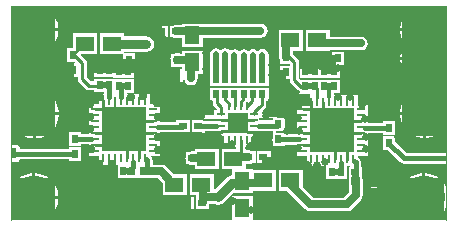
<source format=gtl>
%FSLAX23Y23*%
%MOIN*%
G70*
G01*
G75*
G04 Layer_Physical_Order=1*
G04 Layer_Color=255*
%ADD10R,0.010X0.026*%
%ADD11R,0.026X0.010*%
%ADD12R,0.025X0.020*%
%ADD13R,0.050X0.060*%
%ADD14R,0.060X0.050*%
%ADD15R,0.020X0.025*%
%ADD16C,0.025*%
%ADD17C,0.016*%
%ADD18C,0.015*%
%ADD19C,0.010*%
%ADD20C,0.012*%
%ADD21C,0.030*%
%ADD22C,0.008*%
%ADD23C,0.020*%
%ADD24R,0.034X0.031*%
%ADD25R,0.039X0.055*%
%ADD26R,0.044X0.045*%
%ADD27R,0.038X0.024*%
%ADD28R,0.027X0.043*%
%ADD29R,0.029X0.056*%
%ADD30R,0.046X0.062*%
%ADD31R,0.156X0.051*%
%ADD32R,0.042X0.065*%
%ADD33R,0.146X0.145*%
%ADD34R,0.070X0.070*%
%ADD35R,0.020X0.024*%
%ADD36R,0.018X0.024*%
%ADD37R,0.026X0.024*%
%ADD38R,0.019X0.024*%
%ADD39R,0.017X0.024*%
%ADD40R,0.022X0.024*%
%ADD41R,0.023X0.024*%
%ADD42R,0.029X0.024*%
%ADD43R,0.024X0.027*%
%ADD44R,0.024X0.029*%
%ADD45R,0.024X0.024*%
%ADD46R,0.018X0.038*%
%ADD47R,0.037X0.016*%
%ADD48R,0.164X0.141*%
%ADD49R,0.147X0.435*%
%ADD50R,0.149X0.141*%
%ADD51R,0.053X0.020*%
%ADD52R,0.043X0.028*%
%ADD53R,0.051X0.007*%
%ADD54R,0.025X0.024*%
%ADD55R,0.146X0.048*%
%ADD56R,0.071X0.024*%
%ADD57R,0.053X0.047*%
%ADD58R,0.043X0.025*%
%ADD59R,0.023X0.016*%
%ADD60R,0.048X0.076*%
%ADD61R,0.078X0.052*%
%ADD62R,0.009X0.026*%
%ADD63R,0.009X0.021*%
%ADD64R,0.006X0.002*%
%ADD65R,0.029X0.015*%
%ADD66R,0.050X0.011*%
%ADD67R,0.054X0.042*%
%ADD68C,0.002*%
%ADD69C,0.010*%
%ADD70C,0.142*%
%ADD71C,0.025*%
%ADD72C,0.020*%
%ADD73C,0.030*%
G36*
X188Y-886D02*
X201Y-903D01*
X218Y-916D01*
X228Y-920D01*
X184D01*
Y-876D01*
X188Y-886D01*
D02*
G37*
G36*
X1539Y-209D02*
X1519Y-217D01*
X1502Y-230D01*
X1489Y-247D01*
X1481Y-266D01*
X1479Y-282D01*
X1560D01*
Y-287D01*
X1565D01*
Y-369D01*
X1581Y-366D01*
X1601Y-358D01*
X1618Y-345D01*
X1631Y-328D01*
X1633Y-323D01*
Y-530D01*
X1631Y-525D01*
X1618Y-508D01*
X1601Y-495D01*
X1581Y-487D01*
X1565Y-484D01*
Y-566D01*
Y-647D01*
X1581Y-644D01*
X1601Y-636D01*
X1618Y-623D01*
X1631Y-606D01*
X1633Y-601D01*
Y-696D01*
X1632Y-696D01*
X1595D01*
X1594Y-696D01*
X1500D01*
X1462Y-659D01*
Y-641D01*
X1422D01*
Y-686D01*
X1438D01*
X1479Y-727D01*
X1485Y-731D01*
X1486Y-732D01*
X1492Y-733D01*
X1594D01*
X1595Y-733D01*
X1632D01*
X1633Y-733D01*
Y-812D01*
X1630Y-805D01*
X1617Y-788D01*
X1600Y-775D01*
X1580Y-767D01*
X1564Y-764D01*
Y-846D01*
X1559D01*
Y-850D01*
X1478D01*
X1480Y-867D01*
X1488Y-886D01*
X1501Y-903D01*
X1518Y-916D01*
X1528Y-920D01*
X990D01*
Y-842D01*
X920D01*
Y-920D01*
X290D01*
X300Y-916D01*
X317Y-903D01*
X330Y-886D01*
X338Y-867D01*
X340Y-850D01*
X259D01*
Y-846D01*
X254D01*
Y-764D01*
X238Y-767D01*
X218Y-775D01*
X201Y-788D01*
X188Y-805D01*
X184Y-815D01*
Y-729D01*
X202D01*
X210Y-726D01*
X213Y-719D01*
Y-718D01*
X377D01*
Y-723D01*
X417D01*
Y-678D01*
X377D01*
Y-683D01*
X213D01*
Y-680D01*
X210Y-673D01*
X202Y-670D01*
X184D01*
Y-596D01*
X189Y-608D01*
X202Y-625D01*
X219Y-638D01*
X239Y-646D01*
X255Y-649D01*
Y-568D01*
Y-486D01*
X239Y-489D01*
X219Y-497D01*
X202Y-510D01*
X189Y-527D01*
X184Y-539D01*
Y-317D01*
X188Y-327D01*
X201Y-344D01*
X218Y-357D01*
X238Y-365D01*
X254Y-368D01*
Y-286D01*
X259D01*
Y-282D01*
X340D01*
X338Y-265D01*
X330Y-246D01*
X317Y-229D01*
X300Y-216D01*
X282Y-208D01*
X1539D01*
X1539Y-209D01*
D02*
G37*
G36*
X1633Y-920D02*
X1590D01*
X1600Y-916D01*
X1617Y-903D01*
X1630Y-886D01*
X1633Y-879D01*
Y-920D01*
D02*
G37*
G36*
X218Y-216D02*
X201Y-229D01*
X188Y-246D01*
X184Y-256D01*
Y-208D01*
X236D01*
X218Y-216D01*
D02*
G37*
G36*
X1633Y-252D02*
X1631Y-247D01*
X1618Y-230D01*
X1601Y-217D01*
X1581Y-209D01*
X1581Y-208D01*
X1633D01*
Y-252D01*
D02*
G37*
%LPC*%
G36*
X264Y-764D02*
Y-840D01*
X340D01*
X338Y-824D01*
X330Y-805D01*
X317Y-788D01*
X300Y-775D01*
X280Y-767D01*
X264Y-764D01*
D02*
G37*
G36*
X1554D02*
X1538Y-767D01*
X1518Y-775D01*
X1501Y-788D01*
X1488Y-805D01*
X1480Y-824D01*
X1478Y-840D01*
X1554D01*
Y-764D01*
D02*
G37*
G36*
X1280Y-789D02*
X1255D01*
X1254Y-789D01*
X1233D01*
Y-834D01*
X1254D01*
X1255Y-834D01*
X1280D01*
X1281Y-834D01*
X1304D01*
Y-789D01*
X1281D01*
X1280Y-789D01*
D02*
G37*
G36*
X794Y-844D02*
X748D01*
Y-883D01*
X794D01*
Y-844D01*
D02*
G37*
G36*
X1555Y-484D02*
X1539Y-487D01*
X1529Y-491D01*
X1529Y-488D01*
X1515D01*
Y-503D01*
X1510Y-504D01*
X1508Y-503D01*
X1502Y-508D01*
X1489Y-525D01*
X1481Y-544D01*
X1479Y-561D01*
X1555D01*
Y-484D01*
D02*
G37*
G36*
X265Y-486D02*
Y-562D01*
X341D01*
X339Y-546D01*
X331Y-527D01*
X318Y-510D01*
X301Y-497D01*
X281Y-489D01*
X265Y-486D01*
D02*
G37*
G36*
X1505Y-488D02*
X1491D01*
X1491Y-491D01*
X1496Y-498D01*
X1502Y-502D01*
X1505Y-503D01*
Y-488D01*
D02*
G37*
G36*
X1555Y-571D02*
X1479D01*
X1481Y-587D01*
X1489Y-606D01*
X1502Y-623D01*
X1519Y-636D01*
X1539Y-644D01*
X1555Y-647D01*
Y-571D01*
D02*
G37*
G36*
X341Y-572D02*
X265D01*
Y-649D01*
X281Y-646D01*
X301Y-638D01*
X318Y-625D01*
X331Y-608D01*
X339Y-589D01*
X341Y-572D01*
D02*
G37*
G36*
X470Y-299D02*
X390D01*
Y-349D01*
X370D01*
Y-394D01*
X394D01*
X399Y-399D01*
X370D01*
Y-444D01*
X406D01*
Y-451D01*
X407Y-457D01*
X410Y-462D01*
X432Y-484D01*
X437Y-488D01*
X443Y-489D01*
X459D01*
Y-495D01*
X484D01*
X485Y-495D01*
X493D01*
Y-502D01*
X476D01*
Y-521D01*
X476Y-522D01*
Y-535D01*
X465D01*
X464Y-535D01*
X442D01*
Y-566D01*
Y-586D01*
Y-605D01*
Y-626D01*
Y-633D01*
X417D01*
Y-628D01*
X377D01*
Y-673D01*
X417D01*
Y-668D01*
X442D01*
Y-686D01*
Y-706D01*
X476D01*
Y-738D01*
X538D01*
Y-781D01*
X559D01*
X560Y-781D01*
X583D01*
X584Y-781D01*
X620D01*
X621Y-781D01*
X634D01*
X635Y-781D01*
X673D01*
X688Y-796D01*
Y-839D01*
X768D01*
Y-768D01*
X725D01*
X699Y-742D01*
X692Y-737D01*
X683Y-736D01*
X656D01*
Y-723D01*
X654Y-716D01*
X651Y-710D01*
X651Y-710D01*
X648Y-707D01*
X646Y-706D01*
Y-706D01*
X680D01*
Y-686D01*
Y-665D01*
Y-646D01*
Y-628D01*
X734D01*
Y-628D01*
X780D01*
Y-589D01*
X734D01*
Y-593D01*
X680D01*
Y-586D01*
Y-566D01*
Y-535D01*
X646D01*
Y-502D01*
X569D01*
Y-496D01*
X594D01*
Y-451D01*
X568D01*
X567Y-451D01*
X547D01*
X546Y-451D01*
X530D01*
Y-450D01*
X506D01*
X505Y-450D01*
X485D01*
X484Y-450D01*
X459D01*
Y-458D01*
X449D01*
X436Y-445D01*
Y-412D01*
Y-400D01*
X435Y-394D01*
X432Y-389D01*
X413Y-370D01*
X415Y-368D01*
X470D01*
Y-299D01*
D02*
G37*
G36*
X1155Y-287D02*
X1075D01*
Y-357D01*
X1076D01*
Y-380D01*
X1078Y-388D01*
X1079Y-390D01*
Y-402D01*
X1097D01*
X1099Y-402D01*
X1101Y-402D01*
X1113D01*
Y-407D01*
X1079D01*
Y-452D01*
X1113D01*
Y-454D01*
X1114Y-460D01*
X1117Y-465D01*
X1140Y-488D01*
X1145Y-492D01*
Y-498D01*
X1143Y-498D01*
X1135Y-503D01*
X1129Y-512D01*
X1128Y-521D01*
X1129Y-531D01*
X1135Y-540D01*
X1135Y-540D01*
Y-567D01*
Y-587D01*
Y-608D01*
Y-627D01*
Y-635D01*
X1095D01*
Y-630D01*
X1066D01*
Y-626D01*
X1066Y-625D01*
X1070D01*
X1072Y-625D01*
X1095D01*
Y-580D01*
X1068D01*
Y-580D01*
X1065Y-572D01*
X1057Y-569D01*
X1018D01*
Y-560D01*
X1022Y-556D01*
X1030Y-548D01*
X1033Y-543D01*
X1034Y-538D01*
Y-525D01*
X1041D01*
Y-480D01*
X846D01*
Y-525D01*
X856D01*
Y-530D01*
X857Y-536D01*
X860Y-541D01*
X869Y-550D01*
Y-553D01*
X860D01*
Y-572D01*
X822D01*
X814Y-575D01*
X811Y-582D01*
Y-589D01*
X785D01*
Y-628D01*
X818D01*
Y-652D01*
X821Y-660D01*
X829Y-663D01*
X872D01*
X880Y-660D01*
X883Y-652D01*
Y-643D01*
X884Y-643D01*
X885Y-642D01*
X894D01*
Y-677D01*
X934D01*
Y-683D01*
X885D01*
Y-752D01*
X920D01*
Y-772D01*
X911Y-774D01*
X903Y-779D01*
X860Y-823D01*
X858D01*
Y-768D01*
X778D01*
Y-839D01*
X799D01*
Y-844D01*
X799D01*
Y-883D01*
X817D01*
X822Y-884D01*
X827Y-883D01*
X844D01*
Y-869D01*
X844Y-868D01*
X862D01*
X863Y-869D01*
X873Y-871D01*
X883Y-869D01*
X891Y-864D01*
X922Y-832D01*
X990D01*
Y-823D01*
X1065D01*
Y-753D01*
X990D01*
Y-752D01*
X965D01*
Y-734D01*
X975D01*
X984Y-733D01*
X986Y-732D01*
X998D01*
Y-714D01*
X998Y-711D01*
X998Y-709D01*
Y-692D01*
X986D01*
X984Y-690D01*
X975Y-689D01*
X965D01*
Y-683D01*
X964D01*
Y-677D01*
X984D01*
Y-643D01*
X991D01*
Y-646D01*
X994Y-653D01*
X1002Y-656D01*
X1055D01*
Y-675D01*
X1095D01*
Y-670D01*
X1135D01*
Y-688D01*
Y-707D01*
X1169D01*
Y-740D01*
X1233D01*
Y-784D01*
X1255D01*
X1256Y-784D01*
X1280D01*
X1281Y-784D01*
X1304D01*
Y-740D01*
X1314D01*
Y-743D01*
X1309D01*
Y-764D01*
X1308Y-765D01*
Y-784D01*
X1308Y-785D01*
X1308Y-785D01*
Y-794D01*
X1309Y-794D01*
Y-813D01*
X1309D01*
Y-829D01*
X1292Y-846D01*
X1190D01*
X1155Y-811D01*
Y-753D01*
X1075D01*
Y-823D01*
X1103D01*
X1104Y-825D01*
X1164Y-885D01*
X1171Y-890D01*
X1180Y-891D01*
X1302D01*
X1311Y-890D01*
X1318Y-885D01*
X1348Y-855D01*
X1353Y-847D01*
X1355Y-839D01*
Y-785D01*
X1354Y-780D01*
Y-765D01*
X1354Y-764D01*
Y-743D01*
X1350D01*
Y-729D01*
X1350Y-729D01*
X1348Y-723D01*
X1347Y-720D01*
X1345Y-717D01*
X1345Y-717D01*
X1340Y-712D01*
X1339Y-711D01*
Y-707D01*
X1373D01*
Y-688D01*
Y-668D01*
Y-647D01*
Y-631D01*
X1422D01*
Y-636D01*
X1462D01*
Y-591D01*
X1422D01*
Y-596D01*
X1373D01*
Y-587D01*
Y-567D01*
Y-538D01*
X1339D01*
Y-503D01*
X1260D01*
Y-498D01*
X1279D01*
Y-453D01*
X1254D01*
X1253Y-453D01*
X1234D01*
X1233Y-453D01*
X1191D01*
X1190Y-453D01*
X1170D01*
X1169Y-453D01*
X1148D01*
X1143Y-448D01*
Y-396D01*
X1142Y-390D01*
X1139Y-385D01*
X1122Y-368D01*
Y-357D01*
X1155D01*
Y-287D01*
D02*
G37*
G36*
X1048Y-692D02*
X1003D01*
Y-732D01*
X1048D01*
Y-692D01*
D02*
G37*
G36*
X646Y-786D02*
X629D01*
X628Y-786D01*
X585D01*
X584Y-786D01*
X562D01*
X561Y-786D01*
X538D01*
Y-831D01*
X561D01*
X562Y-831D01*
X584D01*
X585Y-831D01*
X628D01*
X629Y-831D01*
X646D01*
X647Y-831D01*
X674D01*
Y-786D01*
X647D01*
X646Y-786D01*
D02*
G37*
G36*
X1403Y-743D02*
X1359D01*
Y-763D01*
X1358Y-763D01*
Y-790D01*
X1359Y-791D01*
Y-813D01*
X1403D01*
Y-791D01*
X1404Y-790D01*
Y-763D01*
X1403Y-763D01*
Y-743D01*
D02*
G37*
G36*
X760Y-695D02*
X715D01*
Y-734D01*
X760D01*
Y-695D01*
D02*
G37*
G36*
X875Y-683D02*
X795D01*
Y-692D01*
X787D01*
X778Y-693D01*
X776Y-695D01*
X765D01*
Y-712D01*
X764Y-715D01*
X765Y-717D01*
Y-734D01*
X776D01*
X778Y-736D01*
X787Y-737D01*
X795D01*
Y-752D01*
X875D01*
Y-683D01*
D02*
G37*
G36*
X1505Y-464D02*
X1502Y-465D01*
X1496Y-469D01*
X1491Y-476D01*
X1491Y-479D01*
X1505D01*
Y-464D01*
D02*
G37*
G36*
X1503Y-362D02*
Y-377D01*
X1517D01*
X1517Y-374D01*
X1512Y-367D01*
X1506Y-363D01*
X1503Y-362D01*
D02*
G37*
G36*
X1555Y-292D02*
X1479D01*
X1481Y-309D01*
X1489Y-328D01*
X1502Y-345D01*
X1519Y-358D01*
X1539Y-366D01*
X1555Y-369D01*
Y-292D01*
D02*
G37*
G36*
X1517Y-387D02*
X1503D01*
Y-401D01*
X1506Y-400D01*
X1512Y-396D01*
X1517Y-389D01*
X1517Y-387D01*
D02*
G37*
G36*
X1493Y-362D02*
X1490Y-363D01*
X1484Y-367D01*
X1479Y-374D01*
X1479Y-377D01*
X1493D01*
Y-362D01*
D02*
G37*
G36*
X340Y-292D02*
X264D01*
Y-368D01*
X280Y-365D01*
X300Y-357D01*
X317Y-344D01*
X330Y-327D01*
X338Y-308D01*
X340Y-292D01*
D02*
G37*
G36*
X822Y-356D02*
X752D01*
Y-366D01*
X746D01*
X746Y-365D01*
X737Y-364D01*
X728Y-365D01*
X727Y-366D01*
X717D01*
Y-376D01*
X716Y-378D01*
X714Y-387D01*
X716Y-395D01*
X717Y-397D01*
Y-411D01*
X737D01*
X739Y-411D01*
X752D01*
Y-416D01*
X717D01*
Y-461D01*
X757D01*
Y-435D01*
X760D01*
Y-449D01*
X762Y-458D01*
X767Y-466D01*
X774Y-471D01*
X783Y-472D01*
X792Y-471D01*
X799Y-466D01*
X804Y-458D01*
X806Y-449D01*
Y-435D01*
X822D01*
Y-356D01*
D02*
G37*
G36*
X1245Y-287D02*
X1165D01*
Y-357D01*
X1245D01*
Y-355D01*
X1349D01*
X1358Y-354D01*
X1365Y-349D01*
X1370Y-341D01*
X1372Y-333D01*
X1370Y-324D01*
X1365Y-316D01*
X1358Y-311D01*
X1349Y-310D01*
X1245D01*
Y-287D01*
D02*
G37*
G36*
X707Y-273D02*
X663D01*
Y-312D01*
X707D01*
Y-273D01*
D02*
G37*
G36*
X822Y-266D02*
X752D01*
Y-270D01*
X735D01*
X726Y-271D01*
X724Y-273D01*
X712D01*
Y-290D01*
X712Y-292D01*
X712Y-295D01*
Y-312D01*
X724D01*
X726Y-314D01*
X735Y-315D01*
X752D01*
Y-345D01*
X822D01*
Y-313D01*
X1015D01*
X1024Y-312D01*
X1031Y-307D01*
X1036Y-299D01*
X1038Y-290D01*
X1036Y-282D01*
X1031Y-274D01*
X1024Y-269D01*
X1015Y-268D01*
X822D01*
Y-266D01*
D02*
G37*
G36*
X1515Y-464D02*
Y-479D01*
X1529D01*
X1529Y-476D01*
X1524Y-469D01*
X1518Y-465D01*
X1515Y-464D01*
D02*
G37*
G36*
X1506Y-424D02*
X1503Y-425D01*
X1497Y-429D01*
X1492Y-436D01*
X1492Y-438D01*
X1506D01*
Y-424D01*
D02*
G37*
G36*
X866Y-348D02*
X858Y-350D01*
X852Y-354D01*
X847Y-361D01*
X846Y-368D01*
Y-452D01*
X846Y-454D01*
Y-475D01*
X1041D01*
Y-454D01*
X1041Y-452D01*
Y-370D01*
X1040Y-363D01*
X1035Y-356D01*
X1029Y-352D01*
X1021Y-350D01*
X1013Y-352D01*
X1007Y-356D01*
X1005Y-358D01*
X1003Y-356D01*
X997Y-352D01*
X989Y-350D01*
X981Y-352D01*
X975Y-356D01*
X974Y-357D01*
X973Y-357D01*
X967Y-353D01*
X959Y-351D01*
X951Y-353D01*
X945Y-357D01*
X943Y-359D01*
X942Y-357D01*
X936Y-353D01*
X928Y-351D01*
X920Y-353D01*
X914Y-357D01*
X913Y-358D01*
X911Y-355D01*
X905Y-351D01*
X897Y-349D01*
X889Y-351D01*
X883Y-355D01*
X882Y-356D01*
X880Y-354D01*
X874Y-350D01*
X866Y-348D01*
D02*
G37*
G36*
X1506Y-449D02*
X1492D01*
X1492Y-451D01*
X1497Y-458D01*
X1503Y-462D01*
X1506Y-463D01*
Y-449D01*
D02*
G37*
G36*
X1530D02*
X1516D01*
Y-463D01*
X1519Y-462D01*
X1525Y-458D01*
X1530Y-451D01*
X1530Y-449D01*
D02*
G37*
G36*
X1516Y-424D02*
Y-438D01*
X1530D01*
X1530Y-436D01*
X1525Y-429D01*
X1519Y-425D01*
X1516Y-424D01*
D02*
G37*
G36*
X1493Y-387D02*
X1479D01*
X1479Y-389D01*
X1484Y-396D01*
X1490Y-400D01*
X1493Y-401D01*
Y-387D01*
D02*
G37*
G36*
X560Y-299D02*
X480D01*
Y-368D01*
X557D01*
Y-401D01*
X550D01*
X549Y-401D01*
X530D01*
Y-400D01*
X504D01*
X503Y-400D01*
X485D01*
X484Y-400D01*
X459D01*
Y-445D01*
X484D01*
X485Y-445D01*
X503D01*
X504Y-445D01*
X522D01*
Y-446D01*
X549D01*
X550Y-446D01*
X570D01*
X571Y-446D01*
X594D01*
Y-409D01*
X597D01*
Y-364D01*
X560D01*
Y-360D01*
X634D01*
X644Y-358D01*
X652Y-353D01*
X658Y-344D01*
X659Y-335D01*
X658Y-325D01*
X652Y-316D01*
X644Y-311D01*
X634Y-309D01*
X560D01*
Y-299D01*
D02*
G37*
G36*
X1292Y-360D02*
X1252D01*
Y-403D01*
X1230D01*
X1229Y-403D01*
X1190D01*
X1189Y-403D01*
X1170D01*
X1169Y-403D01*
X1145D01*
Y-448D01*
X1169D01*
X1170Y-448D01*
X1189D01*
X1190Y-448D01*
X1229D01*
X1230Y-448D01*
X1256D01*
X1257Y-448D01*
X1279D01*
Y-405D01*
X1292D01*
Y-360D01*
D02*
G37*
%LPD*%
G36*
X910Y-605D02*
X907Y-610D01*
X907Y-610D01*
X906D01*
Y-603D01*
X911D01*
X914Y-602D01*
X910Y-605D01*
D02*
G37*
G36*
X972Y-609D02*
X970Y-609D01*
X968Y-605D01*
X966Y-603D01*
X969Y-603D01*
X972D01*
Y-609D01*
D02*
G37*
G36*
X634Y-566D02*
Y-586D01*
Y-605D01*
Y-615D01*
X629D01*
X623Y-616D01*
X618Y-620D01*
X617Y-622D01*
X617Y-622D01*
X615Y-625D01*
X614Y-631D01*
X615Y-636D01*
X615Y-636D01*
X617Y-640D01*
Y-651D01*
X618Y-651D01*
X623Y-647D01*
X624Y-645D01*
X629Y-646D01*
X634D01*
Y-665D01*
Y-686D01*
Y-692D01*
X626D01*
Y-677D01*
X626Y-676D01*
X626Y-675D01*
X626D01*
X625Y-671D01*
X622Y-666D01*
X622Y-665D01*
X626D01*
X626Y-665D01*
X623Y-660D01*
X618Y-656D01*
X617Y-656D01*
Y-662D01*
X617Y-662D01*
X611Y-661D01*
X607Y-662D01*
Y-656D01*
X606Y-656D01*
X601Y-660D01*
X598Y-665D01*
X598Y-665D01*
X600D01*
X600Y-666D01*
X597Y-671D01*
X597Y-671D01*
X597Y-671D01*
X596Y-677D01*
Y-692D01*
X586D01*
Y-683D01*
X589Y-681D01*
X592Y-676D01*
X592Y-675D01*
X584D01*
X582Y-672D01*
X580Y-671D01*
X577Y-668D01*
X573Y-668D01*
X571Y-667D01*
X565Y-668D01*
X563Y-670D01*
X563Y-670D01*
X560Y-672D01*
X559Y-674D01*
X559Y-674D01*
X558Y-675D01*
X549D01*
Y-685D01*
X550Y-685D01*
X555Y-681D01*
X556Y-679D01*
X556Y-683D01*
Y-692D01*
X488D01*
Y-686D01*
X495D01*
X496Y-687D01*
X502Y-688D01*
X508Y-687D01*
X509Y-686D01*
X509Y-686D01*
X513Y-683D01*
X515Y-680D01*
Y-685D01*
X516Y-685D01*
X521Y-681D01*
X524Y-676D01*
X524Y-675D01*
X517D01*
X517Y-673D01*
Y-670D01*
X516Y-665D01*
X524D01*
X524Y-665D01*
X521Y-660D01*
X516Y-656D01*
X515Y-656D01*
Y-663D01*
X513Y-660D01*
X508Y-656D01*
X506Y-656D01*
X506Y-656D01*
X502Y-655D01*
X488D01*
Y-646D01*
X496D01*
X499Y-646D01*
X499Y-647D01*
X504Y-651D01*
X505Y-651D01*
Y-646D01*
X507Y-646D01*
X512Y-642D01*
X512Y-641D01*
X515Y-637D01*
X516Y-632D01*
X524D01*
X524Y-631D01*
X521Y-626D01*
X516Y-622D01*
X515Y-622D01*
Y-624D01*
X514Y-622D01*
X513Y-622D01*
X513Y-622D01*
X512Y-620D01*
X509Y-618D01*
X509Y-618D01*
X507Y-616D01*
X505Y-616D01*
Y-608D01*
X496D01*
X496Y-608D01*
X499Y-613D01*
X502Y-615D01*
X501Y-615D01*
X488D01*
Y-605D01*
Y-586D01*
Y-566D01*
X491Y-567D01*
X495Y-566D01*
X495Y-566D01*
X497Y-566D01*
X500Y-563D01*
X505D01*
Y-558D01*
X505Y-557D01*
X506Y-554D01*
X506Y-554D01*
X506Y-553D01*
X506Y-552D01*
Y-550D01*
Y-548D01*
X634D01*
Y-566D01*
D02*
G37*
G36*
X972Y-572D02*
X970D01*
X968Y-569D01*
X963Y-565D01*
X962Y-565D01*
Y-573D01*
X959Y-573D01*
X957Y-575D01*
X954Y-577D01*
X953Y-578D01*
X950Y-583D01*
X950Y-585D01*
X944D01*
Y-592D01*
X950D01*
X950Y-594D01*
X953Y-599D01*
X954Y-600D01*
X954Y-600D01*
X955Y-601D01*
X955Y-601D01*
X958Y-603D01*
X962Y-603D01*
Y-609D01*
X957Y-613D01*
X955Y-615D01*
X954Y-618D01*
X953Y-623D01*
X954Y-629D01*
X954Y-630D01*
X955Y-630D01*
X955Y-631D01*
X935D01*
X936Y-626D01*
X935Y-621D01*
X935Y-620D01*
X935Y-620D01*
X932Y-615D01*
X927Y-611D01*
X922Y-610D01*
X921Y-610D01*
X916D01*
Y-602D01*
X917Y-602D01*
X918Y-601D01*
X918Y-601D01*
X922Y-598D01*
X924Y-595D01*
X924Y-595D01*
X925Y-593D01*
X925Y-592D01*
X934D01*
Y-585D01*
X926D01*
X925Y-582D01*
X924Y-580D01*
X922Y-577D01*
X917Y-573D01*
X916Y-573D01*
Y-565D01*
X915Y-565D01*
X910Y-569D01*
X908Y-572D01*
X906D01*
Y-564D01*
X920D01*
X920Y-565D01*
X922D01*
X922Y-564D01*
X956D01*
X956Y-565D01*
X958D01*
X958Y-564D01*
X972D01*
Y-572D01*
D02*
G37*
%LPC*%
G36*
X539Y-622D02*
X538Y-622D01*
X533Y-626D01*
X530Y-631D01*
X530Y-632D01*
X539D01*
Y-622D01*
D02*
G37*
G36*
X607D02*
X606Y-622D01*
X601Y-626D01*
X598Y-631D01*
X598Y-632D01*
X607D01*
Y-622D01*
D02*
G37*
G36*
X952Y-621D02*
X943D01*
X943Y-621D01*
X946Y-626D01*
X951Y-630D01*
X952Y-630D01*
Y-621D01*
D02*
G37*
G36*
X524Y-608D02*
X515D01*
Y-617D01*
X516Y-617D01*
X521Y-613D01*
X524Y-608D01*
X524Y-608D01*
D02*
G37*
G36*
X549Y-622D02*
Y-632D01*
X558D01*
X558Y-631D01*
X555Y-626D01*
X550Y-622D01*
X549Y-622D01*
D02*
G37*
G36*
X573D02*
X572Y-622D01*
X567Y-626D01*
X564Y-631D01*
X564Y-632D01*
X573D01*
Y-622D01*
D02*
G37*
G36*
X583D02*
Y-632D01*
X592D01*
X592Y-631D01*
X589Y-626D01*
X584Y-622D01*
X583Y-622D01*
D02*
G37*
G36*
X573Y-656D02*
X572Y-656D01*
X567Y-660D01*
X564Y-665D01*
X564Y-665D01*
X573D01*
Y-656D01*
D02*
G37*
G36*
X583D02*
Y-665D01*
X592D01*
X592Y-665D01*
X589Y-660D01*
X584Y-656D01*
X583Y-656D01*
D02*
G37*
G36*
X549D02*
Y-665D01*
X558D01*
X558Y-665D01*
X555Y-660D01*
X550Y-656D01*
X549Y-656D01*
D02*
G37*
G36*
X539Y-675D02*
X530D01*
X530Y-676D01*
X533Y-681D01*
X538Y-685D01*
X539Y-685D01*
Y-675D01*
D02*
G37*
G36*
Y-656D02*
X538Y-656D01*
X533Y-660D01*
X530Y-665D01*
X530Y-665D01*
X539D01*
Y-656D01*
D02*
G37*
G36*
X524Y-641D02*
X515D01*
Y-651D01*
X516Y-651D01*
X521Y-647D01*
X524Y-642D01*
X524Y-641D01*
D02*
G37*
G36*
X592D02*
X583D01*
Y-651D01*
X584Y-651D01*
X589Y-647D01*
X592Y-642D01*
X592Y-641D01*
D02*
G37*
G36*
X607D02*
X598D01*
X598Y-642D01*
X601Y-647D01*
X606Y-651D01*
X607Y-651D01*
Y-641D01*
D02*
G37*
G36*
X573D02*
X564D01*
X564Y-642D01*
X567Y-647D01*
X572Y-651D01*
X573Y-651D01*
Y-641D01*
D02*
G37*
G36*
X539D02*
X530D01*
X530Y-642D01*
X533Y-647D01*
X538Y-651D01*
X539Y-651D01*
Y-641D01*
D02*
G37*
G36*
X558D02*
X549D01*
Y-651D01*
X550Y-651D01*
X555Y-647D01*
X558Y-642D01*
X558Y-641D01*
D02*
G37*
G36*
X607Y-573D02*
X598D01*
X598Y-574D01*
X601Y-579D01*
X606Y-583D01*
X607Y-583D01*
Y-573D01*
D02*
G37*
G36*
X592D02*
X583D01*
Y-583D01*
X584Y-583D01*
X589Y-579D01*
X592Y-574D01*
X592Y-573D01*
D02*
G37*
G36*
X926Y-565D02*
Y-575D01*
X935D01*
X935Y-574D01*
X932Y-569D01*
X927Y-565D01*
X926Y-565D01*
D02*
G37*
G36*
X626Y-573D02*
X617D01*
Y-583D01*
X618Y-583D01*
X623Y-579D01*
X626Y-574D01*
X626Y-573D01*
D02*
G37*
G36*
X539D02*
X530D01*
X530Y-574D01*
X533Y-579D01*
X538Y-583D01*
X539Y-583D01*
Y-573D01*
D02*
G37*
G36*
X524D02*
X515D01*
Y-583D01*
X516Y-583D01*
X521Y-579D01*
X524Y-574D01*
X524Y-573D01*
D02*
G37*
G36*
X573D02*
X564D01*
X564Y-574D01*
X567Y-579D01*
X572Y-583D01*
X573Y-583D01*
Y-573D01*
D02*
G37*
G36*
X558D02*
X549D01*
Y-583D01*
X550Y-583D01*
X555Y-579D01*
X558Y-574D01*
X558Y-573D01*
D02*
G37*
G36*
X583Y-554D02*
Y-563D01*
X592D01*
X592Y-563D01*
X589Y-558D01*
X584Y-554D01*
X583Y-554D01*
D02*
G37*
G36*
X573D02*
X572Y-554D01*
X567Y-558D01*
X564Y-563D01*
X564Y-563D01*
X573D01*
Y-554D01*
D02*
G37*
G36*
X617D02*
Y-563D01*
X626D01*
X626Y-563D01*
X623Y-558D01*
X618Y-554D01*
X617Y-554D01*
D02*
G37*
G36*
X607D02*
X606Y-554D01*
X601Y-558D01*
X598Y-563D01*
X598Y-563D01*
X607D01*
Y-554D01*
D02*
G37*
G36*
X515D02*
Y-563D01*
X524D01*
X524Y-563D01*
X521Y-558D01*
X516Y-554D01*
X515Y-554D01*
D02*
G37*
G36*
X952Y-565D02*
X951Y-565D01*
X946Y-569D01*
X943Y-574D01*
X943Y-575D01*
X952D01*
Y-565D01*
D02*
G37*
G36*
X549Y-554D02*
Y-563D01*
X558D01*
X558Y-563D01*
X555Y-558D01*
X550Y-554D01*
X549Y-554D01*
D02*
G37*
G36*
X539D02*
X538Y-554D01*
X533Y-558D01*
X530Y-563D01*
X530Y-563D01*
X539D01*
Y-554D01*
D02*
G37*
G36*
X505Y-573D02*
X496D01*
X496Y-574D01*
X499Y-579D01*
X504Y-583D01*
X505Y-583D01*
Y-573D01*
D02*
G37*
G36*
X626Y-608D02*
X617D01*
Y-617D01*
X618Y-617D01*
X623Y-613D01*
X626Y-608D01*
X626Y-608D01*
D02*
G37*
G36*
X607D02*
X598D01*
X598Y-608D01*
X601Y-613D01*
X606Y-617D01*
X607Y-617D01*
Y-608D01*
D02*
G37*
G36*
X952Y-603D02*
X944D01*
Y-610D01*
X952D01*
Y-603D01*
D02*
G37*
G36*
X934D02*
X926D01*
Y-610D01*
X934D01*
Y-603D01*
D02*
G37*
G36*
X558Y-608D02*
X549D01*
Y-617D01*
X550Y-617D01*
X555Y-613D01*
X558Y-608D01*
X558Y-608D01*
D02*
G37*
G36*
X539D02*
X530D01*
X530Y-608D01*
X533Y-613D01*
X538Y-617D01*
X539Y-617D01*
Y-608D01*
D02*
G37*
G36*
X592D02*
X583D01*
Y-617D01*
X584Y-617D01*
X589Y-613D01*
X592Y-608D01*
X592Y-608D01*
D02*
G37*
G36*
X573D02*
X564D01*
X564Y-608D01*
X567Y-613D01*
X572Y-617D01*
X573Y-617D01*
Y-608D01*
D02*
G37*
G36*
X583Y-588D02*
Y-598D01*
X592D01*
X592Y-597D01*
X589Y-592D01*
X584Y-588D01*
X583Y-588D01*
D02*
G37*
G36*
X573D02*
X572Y-588D01*
X567Y-592D01*
X564Y-597D01*
X564Y-598D01*
X573D01*
Y-588D01*
D02*
G37*
G36*
X617D02*
Y-598D01*
X626D01*
X626Y-597D01*
X623Y-592D01*
X618Y-588D01*
X617Y-588D01*
D02*
G37*
G36*
X607D02*
X606Y-588D01*
X601Y-592D01*
X598Y-597D01*
X598Y-598D01*
X607D01*
Y-588D01*
D02*
G37*
G36*
X515D02*
Y-598D01*
X524D01*
X524Y-597D01*
X521Y-592D01*
X516Y-588D01*
X515Y-588D01*
D02*
G37*
G36*
X505D02*
X504Y-588D01*
X499Y-592D01*
X496Y-597D01*
X496Y-598D01*
X505D01*
Y-588D01*
D02*
G37*
G36*
X549D02*
Y-598D01*
X558D01*
X558Y-597D01*
X555Y-592D01*
X550Y-588D01*
X549Y-588D01*
D02*
G37*
G36*
X539D02*
X538Y-588D01*
X533Y-592D01*
X530Y-597D01*
X530Y-598D01*
X539D01*
Y-588D01*
D02*
G37*
%LPD*%
D10*
X1323Y-526D02*
D03*
X1183D02*
D03*
X1203D02*
D03*
X1223D02*
D03*
X1243D02*
D03*
X1263D02*
D03*
X1283D02*
D03*
X1303D02*
D03*
Y-717D02*
D03*
X1283D02*
D03*
X1263D02*
D03*
X1243D02*
D03*
X1223D02*
D03*
X1203D02*
D03*
X1183D02*
D03*
X1323D02*
D03*
X630Y-715D02*
D03*
X490D02*
D03*
X510D02*
D03*
X530D02*
D03*
X550D02*
D03*
X570D02*
D03*
X590D02*
D03*
X610D02*
D03*
Y-524D02*
D03*
X590D02*
D03*
X570D02*
D03*
X550D02*
D03*
X530D02*
D03*
X510D02*
D03*
X490D02*
D03*
X630D02*
D03*
X968Y-541D02*
D03*
X908D02*
D03*
X928D02*
D03*
X948D02*
D03*
Y-653D02*
D03*
X928D02*
D03*
X908D02*
D03*
X968D02*
D03*
D11*
X1157Y-672D02*
D03*
Y-692D02*
D03*
Y-652D02*
D03*
Y-632D02*
D03*
Y-612D02*
D03*
Y-592D02*
D03*
Y-572D02*
D03*
Y-552D02*
D03*
X1349Y-692D02*
D03*
Y-672D02*
D03*
Y-652D02*
D03*
Y-632D02*
D03*
Y-612D02*
D03*
Y-592D02*
D03*
Y-572D02*
D03*
Y-552D02*
D03*
X656Y-550D02*
D03*
Y-570D02*
D03*
Y-590D02*
D03*
Y-610D02*
D03*
Y-630D02*
D03*
Y-650D02*
D03*
Y-670D02*
D03*
Y-690D02*
D03*
X464Y-550D02*
D03*
Y-570D02*
D03*
Y-590D02*
D03*
Y-610D02*
D03*
Y-630D02*
D03*
Y-650D02*
D03*
Y-690D02*
D03*
Y-670D02*
D03*
X882Y-607D02*
D03*
Y-627D02*
D03*
Y-587D02*
D03*
Y-567D02*
D03*
X994Y-627D02*
D03*
Y-607D02*
D03*
Y-587D02*
D03*
Y-567D02*
D03*
D12*
X820Y-863D02*
D03*
X770D02*
D03*
X1330Y-793D02*
D03*
X1380D02*
D03*
X1330Y-762D02*
D03*
X1380D02*
D03*
X756Y-608D02*
D03*
X806D02*
D03*
X684Y-292D02*
D03*
X734D02*
D03*
X1024Y-711D02*
D03*
X974D02*
D03*
X736Y-714D02*
D03*
X786D02*
D03*
D13*
X954Y-792D02*
D03*
Y-882D02*
D03*
X786Y-395D02*
D03*
Y-305D02*
D03*
D14*
X817Y-803D02*
D03*
X727D02*
D03*
X1024Y-788D02*
D03*
X1114D02*
D03*
X924Y-717D02*
D03*
X834D02*
D03*
X1204Y-322D02*
D03*
X1114D02*
D03*
X429Y-333D02*
D03*
X519D02*
D03*
D15*
X587Y-758D02*
D03*
Y-808D02*
D03*
X557Y-758D02*
D03*
Y-808D02*
D03*
X622Y-758D02*
D03*
Y-808D02*
D03*
X1196Y-475D02*
D03*
Y-425D02*
D03*
X1227Y-475D02*
D03*
Y-425D02*
D03*
X1258Y-475D02*
D03*
Y-425D02*
D03*
X1252Y-761D02*
D03*
Y-811D02*
D03*
X1283Y-761D02*
D03*
Y-811D02*
D03*
X478Y-472D02*
D03*
Y-422D02*
D03*
X1164Y-475D02*
D03*
Y-425D02*
D03*
X653Y-758D02*
D03*
Y-808D02*
D03*
X573Y-473D02*
D03*
Y-423D02*
D03*
X541Y-473D02*
D03*
Y-423D02*
D03*
X1441Y-613D02*
D03*
Y-663D02*
D03*
X1074Y-652D02*
D03*
Y-602D02*
D03*
X396Y-700D02*
D03*
Y-650D02*
D03*
X576Y-386D02*
D03*
Y-336D02*
D03*
X389Y-421D02*
D03*
Y-371D02*
D03*
X1271Y-382D02*
D03*
Y-332D02*
D03*
X1098Y-429D02*
D03*
Y-379D02*
D03*
X736Y-438D02*
D03*
Y-388D02*
D03*
X958Y-452D02*
D03*
Y-502D02*
D03*
X927Y-452D02*
D03*
Y-502D02*
D03*
X896Y-452D02*
D03*
Y-502D02*
D03*
X865Y-452D02*
D03*
Y-502D02*
D03*
X988Y-452D02*
D03*
Y-502D02*
D03*
X1020Y-452D02*
D03*
Y-502D02*
D03*
X509Y-422D02*
D03*
Y-472D02*
D03*
D16*
X1119Y-808D02*
X1179Y-868D01*
X1301D01*
X1330Y-784D02*
X1331Y-785D01*
Y-838D02*
Y-785D01*
X1301Y-868D02*
X1331Y-838D01*
X682Y-758D02*
X727Y-803D01*
X634Y-758D02*
X682D01*
X940Y-711D02*
X974D01*
X816Y-802D02*
X821Y-807D01*
Y-861D02*
Y-807D01*
X823Y-845D02*
X874D01*
X786Y-714D02*
X820D01*
X736Y-386D02*
X738Y-388D01*
X785D01*
X782Y-391D02*
X785Y-388D01*
X782Y-416D02*
Y-391D01*
X734Y-292D02*
X787D01*
X920Y-797D02*
X1040D01*
X1098Y-379D02*
Y-324D01*
X1103Y-319D01*
X1211Y-332D02*
X1271D01*
X1205Y-326D02*
X1211Y-332D01*
X782Y-449D02*
Y-430D01*
X786Y-290D02*
X1014D01*
X1271Y-332D02*
X1348D01*
D17*
X1491Y-714D02*
X1625D01*
X1440Y-663D02*
X1491Y-714D01*
X1442Y-665D02*
X1443Y-664D01*
X1524Y-714D02*
X1601D01*
D18*
X396Y-650D02*
X448D01*
X1363Y-613D02*
X1441D01*
X510Y-510D02*
Y-473D01*
X509Y-472D02*
X510Y-473D01*
X550Y-510D02*
Y-473D01*
X590Y-743D02*
Y-728D01*
X571Y-762D02*
X590Y-743D01*
X634Y-719D02*
X637Y-722D01*
Y-759D02*
Y-722D01*
X1331Y-793D02*
Y-762D01*
X1252Y-761D02*
X1283D01*
Y-762D02*
Y-732D01*
X1326Y-724D02*
X1331Y-729D01*
Y-760D02*
Y-729D01*
X1329Y-795D02*
X1331Y-793D01*
X191Y-700D02*
X396D01*
X671Y-610D02*
X754D01*
X757Y-607D01*
X807D02*
X867D01*
X1009D02*
X1069D01*
X1074Y-602D01*
Y-652D02*
X1141D01*
D19*
X1203Y-515D02*
Y-482D01*
X1196Y-475D02*
X1203Y-482D01*
X624Y-590D02*
X656D01*
X628Y-630D02*
X656D01*
X464Y-670D02*
X501D01*
Y-672D02*
Y-670D01*
X464Y-630D02*
X500D01*
Y-631D02*
Y-630D01*
X464Y-550D02*
X490D01*
Y-551D02*
Y-550D01*
Y-551D02*
Y-522D01*
X610Y-715D02*
Y-676D01*
X570Y-715D02*
Y-682D01*
X1263Y-717D02*
Y-684D01*
X1303Y-717D02*
Y-678D01*
X1183Y-553D02*
Y-524D01*
Y-553D02*
Y-552D01*
X1157D02*
X1183D01*
X1193Y-633D02*
Y-632D01*
X1157D02*
X1193D01*
X1194Y-674D02*
Y-672D01*
X1157D02*
X1194D01*
X1321Y-632D02*
X1349D01*
X1317Y-592D02*
X1349D01*
X994Y-567D02*
Y-561D01*
X1010Y-545D01*
X968Y-541D02*
X986Y-523D01*
Y-513D02*
Y-505D01*
X948Y-541D02*
Y-526D01*
X957Y-517D01*
X928Y-541D02*
Y-515D01*
X882Y-567D02*
X883Y-566D01*
Y-562D02*
Y-543D01*
X870Y-530D02*
X883Y-543D01*
X870Y-530D02*
Y-501D01*
X869Y-500D02*
X870Y-501D01*
X908Y-541D02*
Y-531D01*
X897Y-520D02*
X908Y-531D01*
X897Y-520D02*
Y-500D01*
X898Y-499D01*
X986Y-523D02*
Y-513D01*
X1010Y-545D02*
X1018Y-537D01*
Y-503D01*
X957Y-517D02*
Y-503D01*
X956Y-502D02*
X957Y-503D01*
X536Y-336D02*
X576D01*
X534Y-334D02*
X536Y-336D01*
X406Y-347D02*
X408Y-345D01*
X390Y-369D02*
X429Y-333D01*
X390Y-369D02*
X420Y-399D01*
Y-411D02*
Y-399D01*
Y-451D02*
Y-411D01*
Y-451D02*
X442Y-473D01*
X477D01*
X948Y-697D02*
Y-653D01*
X964Y-587D02*
X994D01*
X963Y-588D02*
X964Y-587D01*
X971Y-627D02*
X994D01*
X967Y-623D02*
X971Y-627D01*
X883D02*
X885Y-625D01*
X920D01*
X882Y-587D02*
X910D01*
X1150Y-477D02*
X1182D01*
X1127Y-454D02*
X1150Y-477D01*
X1127Y-454D02*
Y-395D01*
X1103Y-371D02*
X1127Y-395D01*
X1303Y-721D02*
Y-717D01*
X1223Y-558D02*
Y-526D01*
D20*
X1243Y-511D02*
Y-475D01*
D21*
X872Y-845D02*
X920Y-797D01*
X534Y-334D02*
X633D01*
D22*
X530Y-554D02*
Y-524D01*
D23*
X865Y-452D02*
Y-368D01*
X896Y-452D02*
Y-369D01*
X927Y-452D02*
Y-371D01*
X958Y-452D02*
Y-371D01*
X988Y-452D02*
Y-370D01*
X1020Y-452D02*
Y-370D01*
D24*
X1036Y-723D02*
D03*
D25*
X761Y-868D02*
D03*
D26*
X1245Y-394D02*
D03*
D27*
X1186Y-407D02*
D03*
D28*
X1086Y-442D02*
D03*
D29*
X672Y-288D02*
D03*
D30*
X722Y-445D02*
D03*
D31*
X526Y-407D02*
D03*
D32*
X372Y-428D02*
D03*
D33*
X1253Y-622D02*
D03*
X560Y-619D02*
D03*
D34*
X938Y-597D02*
D03*
D35*
X559Y-423D02*
D03*
X494Y-472D02*
D03*
X556Y-473D02*
D03*
X1179Y-475D02*
D03*
D36*
X493Y-422D02*
D03*
D37*
X1242Y-425D02*
D03*
D38*
X1242Y-475D02*
D03*
X1179Y-425D02*
D03*
D39*
X637Y-808D02*
D03*
D40*
X572D02*
D03*
D41*
X571Y-758D02*
D03*
D42*
X635D02*
D03*
D43*
X1380Y-776D02*
D03*
D44*
X1330Y-779D02*
D03*
D45*
X1267Y-761D02*
D03*
D46*
X192Y-699D02*
D03*
D47*
X1612Y-714D02*
D03*
D48*
X1547Y-850D02*
D03*
D49*
X1559Y-424D02*
D03*
X257D02*
D03*
D50*
X257Y-850D02*
D03*
D51*
X1028Y-635D02*
D03*
D52*
X850Y-638D02*
D03*
D53*
X846Y-586D02*
D03*
D54*
X1266Y-811D02*
D03*
D55*
X601Y-808D02*
D03*
D56*
X845Y-658D02*
D03*
D57*
X734Y-712D02*
D03*
D58*
X1020Y-655D02*
D03*
D59*
X900Y-670D02*
D03*
D60*
X1381Y-774D02*
D03*
D61*
X1260Y-811D02*
D03*
D62*
X1299Y-801D02*
D03*
D63*
Y-822D02*
D03*
D64*
X1301Y-833D02*
D03*
D65*
X1054Y-572D02*
D03*
D66*
X1031Y-585D02*
D03*
D67*
X1152Y-520D02*
D03*
D68*
X183Y-208D02*
X1633D01*
Y-922D02*
Y-208D01*
X183Y-922D02*
Y-208D01*
D69*
X1236Y-638D02*
D03*
X1270D02*
D03*
Y-604D02*
D03*
X1236D02*
D03*
Y-570D02*
D03*
X1270D02*
D03*
X1304D02*
D03*
Y-604D02*
D03*
Y-638D02*
D03*
Y-672D02*
D03*
X1270D02*
D03*
X1236D02*
D03*
X1202D02*
D03*
Y-638D02*
D03*
Y-604D02*
D03*
Y-570D02*
D03*
X509Y-568D02*
D03*
Y-602D02*
D03*
Y-636D02*
D03*
Y-670D02*
D03*
X543D02*
D03*
X577D02*
D03*
X611D02*
D03*
Y-636D02*
D03*
Y-602D02*
D03*
Y-568D02*
D03*
X577D02*
D03*
X543D02*
D03*
Y-602D02*
D03*
X577D02*
D03*
Y-636D02*
D03*
X543D02*
D03*
X938Y-597D02*
D03*
X920Y-615D02*
D03*
Y-579D02*
D03*
X956D02*
D03*
Y-615D02*
D03*
D70*
X1558Y-845D02*
D03*
X1559Y-565D02*
D03*
Y-287D02*
D03*
X258Y-845D02*
D03*
Y-286D02*
D03*
X259Y-567D02*
D03*
D71*
X1413Y-444D02*
D03*
X1294Y-455D02*
D03*
X1100Y-467D02*
D03*
X702Y-386D02*
D03*
X708Y-452D02*
D03*
X772Y-487D02*
D03*
X567Y-403D02*
D03*
X518D02*
D03*
X454Y-413D02*
D03*
X424Y-496D02*
D03*
X393Y-460D02*
D03*
X375Y-408D02*
D03*
X607Y-467D02*
D03*
Y-427D02*
D03*
X611Y-374D02*
D03*
X666Y-356D02*
D03*
X630Y-295D02*
D03*
X572D02*
D03*
X522Y-283D02*
D03*
X463D02*
D03*
X400Y-284D02*
D03*
X376Y-334D02*
D03*
X738Y-328D02*
D03*
X666Y-276D02*
D03*
X687Y-310D02*
D03*
X710Y-260D02*
D03*
X772Y-251D02*
D03*
X845Y-254D02*
D03*
X911Y-253D02*
D03*
X971Y-254D02*
D03*
X1036Y-260D02*
D03*
X1061Y-305D02*
D03*
X1105Y-274D02*
D03*
X1273Y-413D02*
D03*
X1240Y-371D02*
D03*
X1184Y-370D02*
D03*
X1161Y-277D02*
D03*
X1217Y-275D02*
D03*
X1258Y-296D02*
D03*
X1307Y-295D02*
D03*
X1355Y-296D02*
D03*
X1386Y-332D02*
D03*
X1358Y-369D02*
D03*
X1307Y-370D02*
D03*
X1211Y-408D02*
D03*
X1156D02*
D03*
X1170Y-770D02*
D03*
Y-802D02*
D03*
X1195Y-833D02*
D03*
X1287D02*
D03*
X1345Y-879D02*
D03*
X1295Y-905D02*
D03*
X1248D02*
D03*
X1189D02*
D03*
X1134Y-877D02*
D03*
X1091Y-838D02*
D03*
X1018Y-836D02*
D03*
X924Y-857D02*
D03*
X984Y-886D02*
D03*
X857Y-881D02*
D03*
X832Y-418D02*
D03*
X833Y-363D02*
D03*
X863Y-331D02*
D03*
X911D02*
D03*
X958D02*
D03*
X1009Y-330D02*
D03*
X1052Y-355D02*
D03*
X1054Y-403D02*
D03*
Y-478D02*
D03*
Y-520D02*
D03*
X1033Y-574D02*
D03*
X1073Y-561D02*
D03*
X1054Y-439D02*
D03*
X998Y-643D02*
D03*
X1041Y-649D02*
D03*
X920Y-668D02*
D03*
X978Y-673D02*
D03*
X1040Y-725D02*
D03*
X1070Y-688D02*
D03*
X1139Y-682D02*
D03*
X1171Y-737D02*
D03*
X1230Y-729D02*
D03*
X1202Y-739D02*
D03*
X1617Y-747D02*
D03*
X1557D02*
D03*
X1500D02*
D03*
X1446Y-714D02*
D03*
X1408Y-645D02*
D03*
X1413Y-692D02*
D03*
X1474Y-644D02*
D03*
X1500Y-679D02*
D03*
X1557Y-682D02*
D03*
X1617D02*
D03*
X1363Y-583D02*
D03*
X1366Y-643D02*
D03*
X1365Y-683D02*
D03*
X1363Y-725D02*
D03*
X1398Y-733D02*
D03*
Y-776D02*
D03*
X1236Y-800D02*
D03*
X1368Y-813D02*
D03*
X1293Y-798D02*
D03*
X1141Y-624D02*
D03*
X1139Y-580D02*
D03*
X1102Y-624D02*
D03*
X1107Y-581D02*
D03*
X1272Y-511D02*
D03*
X1312Y-510D02*
D03*
X1352Y-536D02*
D03*
X1409Y-582D02*
D03*
X1454Y-577D02*
D03*
X1475Y-603D02*
D03*
D72*
X1509Y-483D02*
D03*
X1510Y-443D02*
D03*
X1497Y-381D02*
D03*
D73*
X1139Y-540D02*
D03*
X198Y-745D02*
D03*
Y-653D02*
D03*
X243Y-667D02*
D03*
X245Y-733D02*
D03*
X285D02*
D03*
X325D02*
D03*
X365D02*
D03*
X362Y-667D02*
D03*
X322D02*
D03*
X282D02*
D03*
X418Y-738D02*
D03*
X448Y-683D02*
D03*
X477Y-734D02*
D03*
X519D02*
D03*
X522Y-784D02*
D03*
X541Y-826D02*
D03*
X586D02*
D03*
X634D02*
D03*
X673Y-813D02*
D03*
X749Y-854D02*
D03*
X396Y-609D02*
D03*
X446Y-619D02*
D03*
Y-579D02*
D03*
Y-534D02*
D03*
X478Y-510D02*
D03*
X582Y-511D02*
D03*
X624Y-507D02*
D03*
X668Y-532D02*
D03*
X672Y-578D02*
D03*
X723Y-576D02*
D03*
X769Y-572D02*
D03*
X817Y-574D02*
D03*
X842Y-533D02*
D03*
X674Y-643D02*
D03*
Y-686D02*
D03*
X723Y-643D02*
D03*
X770D02*
D03*
X820D02*
D03*
X874Y-645D02*
D03*
X734Y-746D02*
D03*
X695Y-722D02*
D03*
X830Y-476D02*
D03*
M02*

</source>
